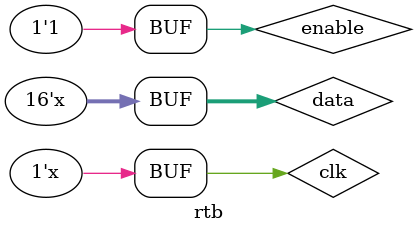
<source format=v>
module rtb();
	
	reg clk, enable;
	reg [15:0] data;
	wire [15:0] res;
	
	register regi(.D(data), .clk(clk), .enable(enable), .Q(res));
	
	initial begin
		clk = 1'b0;
		enable = 1'b1;
		data = 16'b0000_0000_0000_0000;
	end
	
	
	always begin
		#50
		clk = ~clk;
		data = data + 16'b0000_0000_0000_0001;
	end
endmodule
	
</source>
